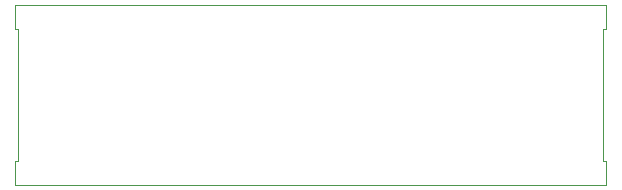
<source format=gbr>
%TF.GenerationSoftware,KiCad,Pcbnew,8.0.1-8.0.1-1~ubuntu22.04.1*%
%TF.CreationDate,2024-05-05T11:37:56-07:00*%
%TF.ProjectId,unic_gw1,756e6963-5f67-4773-912e-6b696361645f,1.0*%
%TF.SameCoordinates,Original*%
%TF.FileFunction,Profile,NP*%
%FSLAX46Y46*%
G04 Gerber Fmt 4.6, Leading zero omitted, Abs format (unit mm)*
G04 Created by KiCad (PCBNEW 8.0.1-8.0.1-1~ubuntu22.04.1) date 2024-05-05 11:37:56*
%MOMM*%
%LPD*%
G01*
G04 APERTURE LIST*
%TA.AperFunction,Profile*%
%ADD10C,0.100000*%
%TD*%
G04 APERTURE END LIST*
D10*
X88321500Y-55080000D02*
X38283500Y-55080000D01*
X88321500Y-55080000D02*
X88321500Y-57112000D01*
X38537500Y-68288000D02*
X38537500Y-57112000D01*
X38283500Y-57112000D02*
X38283500Y-55080000D01*
X38283500Y-70320000D02*
X38283500Y-68288000D01*
X38537500Y-57112000D02*
X38283500Y-57112000D01*
X88321500Y-57112000D02*
X88067500Y-57112000D01*
X88321500Y-70320000D02*
X88321500Y-68288000D01*
X38283500Y-68288000D02*
X38537500Y-68288000D01*
X88321500Y-70320000D02*
X38283500Y-70320000D01*
X88067500Y-68288000D02*
X88067500Y-57112000D01*
X88321500Y-68288000D02*
X88067500Y-68288000D01*
M02*

</source>
